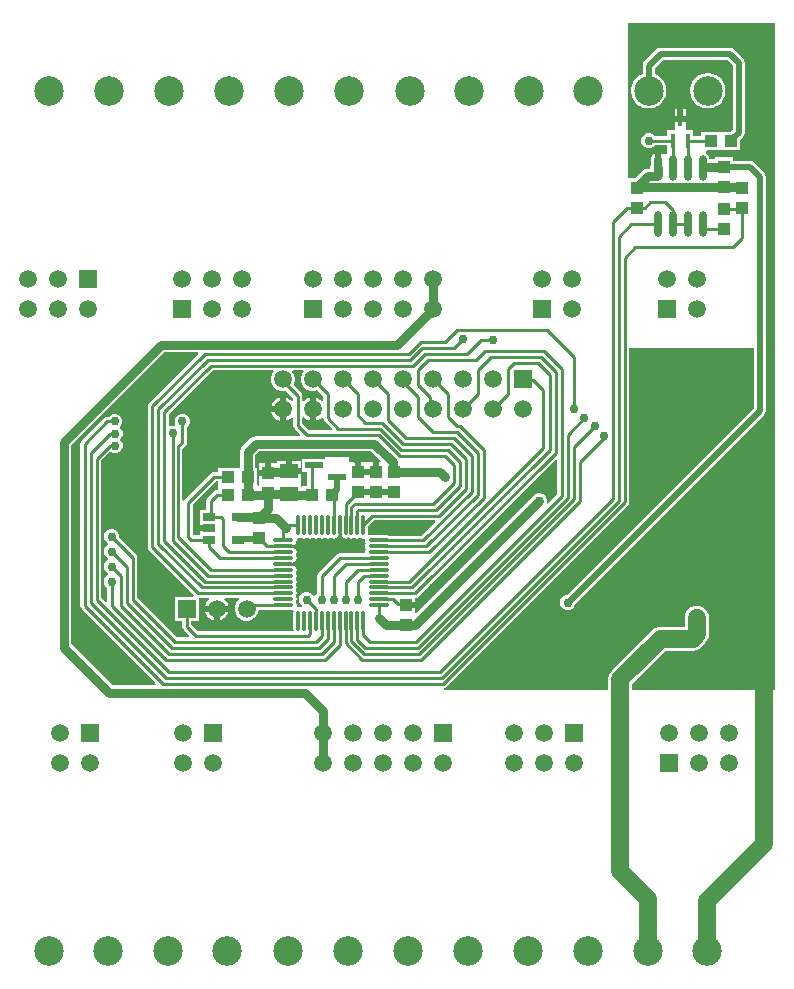
<source format=gbl>
G04*
G04 #@! TF.GenerationSoftware,Altium Limited,Altium Designer,24.5.2 (23)*
G04*
G04 Layer_Physical_Order=2*
G04 Layer_Color=16711680*
%FSLAX44Y44*%
%MOMM*%
G71*
G04*
G04 #@! TF.SameCoordinates,E6D3E557-3EFE-479C-B101-03A66C20DB95*
G04*
G04*
G04 #@! TF.FilePolarity,Positive*
G04*
G01*
G75*
%ADD10C,0.2540*%
%ADD18R,1.1000X1.0000*%
%ADD28R,1.0000X1.1000*%
%ADD50C,1.5240*%
%ADD51C,0.5080*%
%ADD52C,0.7620*%
%ADD56R,1.5000X1.5000*%
%ADD57C,1.5000*%
%ADD58C,2.5000*%
%ADD59C,0.7620*%
%ADD60O,0.6000X2.2000*%
%ADD61R,0.4000X1.3000*%
%ADD62O,0.3000X1.8000*%
%ADD63O,1.8000X0.3000*%
%ADD64R,1.5000X0.6000*%
%ADD65R,1.5000X1.3000*%
%ADD66R,1.1000X0.6500*%
%ADD67R,3.5560X3.8100*%
%ADD68R,1.2700X3.5560*%
G36*
X676115Y486041D02*
D01*
Y281940D01*
X555078D01*
Y286585D01*
X583365Y314872D01*
X606039D01*
X606039Y314872D01*
X608691Y315222D01*
X611163Y316245D01*
X613285Y317874D01*
X616982Y321571D01*
X618611Y323693D01*
X619634Y326165D01*
X619984Y328817D01*
X619984Y328817D01*
Y342764D01*
X619634Y345416D01*
X618611Y347888D01*
X616982Y350010D01*
X616846Y350146D01*
X614724Y351775D01*
X612252Y352799D01*
X609600Y353148D01*
X606948Y352799D01*
X604476Y351775D01*
X602354Y350146D01*
X600725Y348024D01*
X599701Y345552D01*
X599352Y342900D01*
X599488Y341868D01*
Y335368D01*
X579120D01*
X576468Y335019D01*
X573996Y333995D01*
X571874Y332366D01*
X571874Y332366D01*
X537584Y298076D01*
X535955Y295954D01*
X534931Y293482D01*
X534582Y290830D01*
X534582Y290830D01*
Y281940D01*
X395470D01*
X395345Y283210D01*
X396457Y283431D01*
X397717Y284273D01*
X551387Y437943D01*
X552229Y439203D01*
X552525Y440690D01*
Y571500D01*
X657760Y571500D01*
Y520305D01*
X499405Y361950D01*
X499117D01*
X496783Y360983D01*
X494997Y359197D01*
X494030Y356863D01*
Y354337D01*
X494997Y352003D01*
X496783Y350217D01*
X499117Y349250D01*
X501643D01*
X503977Y350217D01*
X505763Y352003D01*
X506730Y354337D01*
Y354625D01*
X640080Y487975D01*
X666602Y514497D01*
X667725Y516178D01*
X668120Y518160D01*
Y571500D01*
Y716280D01*
X667725Y718262D01*
X666602Y719942D01*
X666602Y719942D01*
X658102Y728443D01*
X656422Y729565D01*
X654440Y729959D01*
X640000D01*
Y732820D01*
X624920D01*
Y731254D01*
X620328D01*
Y731900D01*
X619899Y734062D01*
X618674Y735894D01*
X617498Y736680D01*
X618269Y739220D01*
X627840D01*
X629460Y739220D01*
X632000Y739220D01*
X646460D01*
Y747475D01*
X648822Y749837D01*
X649945Y751518D01*
X650340Y753500D01*
Y812800D01*
X649945Y814782D01*
X648822Y816462D01*
X641202Y824082D01*
X639522Y825205D01*
X637540Y825600D01*
X579120D01*
X579120Y825600D01*
X577138Y825205D01*
X575457Y824082D01*
X565190Y813814D01*
X564067Y812134D01*
X563672Y810152D01*
Y803185D01*
X561728Y802379D01*
X559265Y800733D01*
X557170Y798638D01*
X555524Y796175D01*
X554390Y793438D01*
X553812Y790532D01*
Y787570D01*
X554390Y784664D01*
X555524Y781927D01*
X557170Y779464D01*
X559265Y777369D01*
X561728Y775723D01*
X564465Y774589D01*
X567371Y774011D01*
X570333D01*
X573239Y774589D01*
X575976Y775723D01*
X578439Y777369D01*
X580534Y779464D01*
X582180Y781927D01*
X583314Y784664D01*
X583892Y787570D01*
Y790532D01*
X583314Y793438D01*
X582180Y796175D01*
X580534Y798638D01*
X578439Y800733D01*
X575976Y802379D01*
X574031Y803185D01*
Y808007D01*
X581265Y815240D01*
X635395D01*
X639981Y810655D01*
Y756283D01*
X637998Y754300D01*
X632000D01*
X630380Y754300D01*
X627840Y754300D01*
X613380D01*
Y750645D01*
X606820D01*
Y755800D01*
X600320D01*
Y762220D01*
X591240D01*
Y755800D01*
X584740D01*
Y750645D01*
X573983D01*
X572557Y752071D01*
X570223Y753038D01*
X567697D01*
X565363Y752071D01*
X563577Y750285D01*
X562610Y747951D01*
Y745425D01*
X563577Y743091D01*
X565363Y741304D01*
X567697Y740338D01*
X570223D01*
X572557Y741304D01*
X574128Y742875D01*
X584740D01*
Y737720D01*
X584740Y737720D01*
X584791Y735851D01*
X583803Y735125D01*
X580735Y735653D01*
X580574Y735894D01*
X579120Y736866D01*
Y723900D01*
X574040D01*
Y736866D01*
X572586Y735894D01*
X571361Y734062D01*
X570932Y731900D01*
Y726876D01*
X570598Y726378D01*
X570106Y723900D01*
Y723184D01*
X568010D01*
X565532Y722692D01*
X563432Y721288D01*
X557184Y715040D01*
X551260D01*
X551180Y717547D01*
Y846115D01*
X676115D01*
X676115Y486041D01*
D02*
G37*
G36*
X276653Y551202D02*
X276446Y550995D01*
X275124Y548705D01*
X274440Y546152D01*
Y543508D01*
X275124Y540955D01*
X276446Y538665D01*
X278315Y536796D01*
X280605Y535474D01*
X283158Y534790D01*
X285802D01*
X288345Y535471D01*
X293295Y530521D01*
Y526609D01*
X292025Y526083D01*
X290645Y527464D01*
X288355Y528786D01*
X287020Y529144D01*
Y519430D01*
Y509716D01*
X288355Y510074D01*
X290645Y511396D01*
X292025Y512777D01*
X293295Y512251D01*
Y511810D01*
X293591Y510323D01*
X294433Y509063D01*
X300598Y502898D01*
X300112Y501725D01*
X281009D01*
X275665Y507069D01*
Y512251D01*
X276935Y512777D01*
X278315Y511396D01*
X280605Y510074D01*
X281940Y509716D01*
Y519430D01*
Y529144D01*
X280605Y528786D01*
X278315Y527464D01*
X276935Y526083D01*
X275665Y526609D01*
Y530860D01*
X275369Y532347D01*
X274527Y533607D01*
X267976Y540158D01*
X268436Y540955D01*
X269120Y543508D01*
Y546152D01*
X268436Y548705D01*
X267114Y550995D01*
X266907Y551202D01*
X267393Y552375D01*
X276167D01*
X276653Y551202D01*
D02*
G37*
G36*
X251253D02*
X251046Y550995D01*
X249724Y548705D01*
X249040Y546152D01*
Y543508D01*
X249724Y540955D01*
X251046Y538665D01*
X252915Y536796D01*
X255205Y535474D01*
X257758Y534790D01*
X260402D01*
X261943Y535203D01*
X267895Y529251D01*
Y526609D01*
X266625Y526083D01*
X265245Y527464D01*
X262955Y528786D01*
X261620Y529144D01*
Y519430D01*
Y509716D01*
X262955Y510074D01*
X265245Y511396D01*
X266625Y512777D01*
X267895Y512251D01*
Y505460D01*
X268191Y503973D01*
X269033Y502713D01*
X273878Y497868D01*
X273393Y496694D01*
X236220D01*
X233742Y496202D01*
X231642Y494798D01*
X224902Y488058D01*
X223498Y485958D01*
X223006Y483480D01*
Y469820D01*
X221440D01*
Y469820D01*
X220520D01*
Y469820D01*
X204440D01*
Y466165D01*
X200660D01*
X199173Y465869D01*
X197913Y465027D01*
X176033Y443147D01*
X175335Y442102D01*
X174340Y442209D01*
X174065Y442313D01*
Y485859D01*
X176737Y488532D01*
X177579Y489792D01*
X177875Y491278D01*
Y504174D01*
X179373Y505673D01*
X180340Y508007D01*
Y510533D01*
X179373Y512867D01*
X177587Y514653D01*
X175253Y515620D01*
X172727D01*
X170393Y514653D01*
X168607Y512867D01*
X167640Y510533D01*
Y508007D01*
X168228Y506588D01*
X168016Y506186D01*
X167320Y505460D01*
X165107D01*
X163905Y504962D01*
X162635Y505811D01*
Y515281D01*
X199729Y552375D01*
X250767D01*
X251253Y551202D01*
D02*
G37*
G36*
X187519Y566392D02*
X145843Y524717D01*
X145001Y523457D01*
X144705Y521970D01*
Y402590D01*
X145001Y401103D01*
X145843Y399843D01*
X183856Y361830D01*
X183330Y360560D01*
X167760D01*
Y340480D01*
X173915D01*
Y335280D01*
X174211Y333793D01*
X175053Y332533D01*
X179948Y327638D01*
X179462Y326465D01*
X169249D01*
X135965Y359749D01*
Y393700D01*
X135669Y395187D01*
X134827Y396447D01*
X120650Y410624D01*
Y412743D01*
X119683Y415077D01*
X117897Y416863D01*
X115563Y417830D01*
X113037D01*
X110703Y416863D01*
X108917Y415077D01*
X107950Y412743D01*
Y410217D01*
X108917Y407883D01*
X110703Y406097D01*
X111504Y405765D01*
Y404495D01*
X110703Y404163D01*
X108917Y402377D01*
X107950Y400043D01*
Y397517D01*
X108917Y395183D01*
X110703Y393397D01*
X111504Y393065D01*
Y391795D01*
X110703Y391463D01*
X108917Y389677D01*
X107950Y387343D01*
Y384817D01*
X108917Y382483D01*
X110703Y380697D01*
X111504Y380365D01*
Y379095D01*
X110703Y378763D01*
X108917Y376977D01*
X107950Y374643D01*
Y372117D01*
X108917Y369783D01*
X110415Y368284D01*
Y356478D01*
X109242Y355992D01*
X105485Y359749D01*
Y475911D01*
X113192Y483618D01*
X113551Y483259D01*
X115885Y482292D01*
X118411D01*
X120745Y483259D01*
X122531Y485045D01*
X123498Y487379D01*
Y489905D01*
X122531Y492239D01*
X121048Y493722D01*
X122531Y495205D01*
X123498Y497539D01*
Y500065D01*
X122531Y502399D01*
X121637Y503293D01*
X121636Y505086D01*
X122223Y505673D01*
X123190Y508007D01*
Y510533D01*
X122223Y512867D01*
X120437Y514653D01*
X118103Y515620D01*
X115577D01*
X113243Y514653D01*
X111744Y513155D01*
X110490D01*
X109003Y512859D01*
X107743Y512017D01*
X88693Y492967D01*
X87851Y491707D01*
X87555Y490220D01*
Y353060D01*
X87851Y351573D01*
X88693Y350313D01*
X151959Y287048D01*
X151473Y285874D01*
X115446D01*
X80134Y321186D01*
Y452120D01*
Y488808D01*
X158892Y567566D01*
X187033D01*
X187519Y566392D01*
D02*
G37*
G36*
X341820Y475793D02*
X341334Y474620D01*
X340360D01*
Y466580D01*
X335280D01*
Y474620D01*
X331390D01*
X330280Y474620D01*
X329010Y474620D01*
X325120D01*
Y466580D01*
X320040D01*
Y474620D01*
X315202D01*
X314864Y475667D01*
X314840Y475807D01*
Y483746D01*
X333868D01*
X341820Y475793D01*
D02*
G37*
G36*
X294760Y477320D02*
X275760D01*
Y466240D01*
X279715D01*
Y454580D01*
X275560D01*
Y453514D01*
X274200D01*
Y456390D01*
X274200Y456740D01*
Y457660D01*
X274200Y458010D01*
Y464160D01*
X264160D01*
Y466700D01*
X261620D01*
Y475740D01*
X254120D01*
Y474927D01*
X253920Y473740D01*
X252850Y473740D01*
X248920D01*
Y465700D01*
X246380D01*
Y463160D01*
X238840D01*
Y458010D01*
X238840Y457660D01*
Y456740D01*
X238840Y456390D01*
Y454224D01*
X238622Y454214D01*
X238533Y454257D01*
X237520Y455437D01*
Y469820D01*
X235954D01*
Y480798D01*
X238902Y483746D01*
X294760D01*
Y477320D01*
D02*
G37*
G36*
X491415Y476642D02*
Y447379D01*
X483528Y439492D01*
X482356Y440108D01*
X482600Y440697D01*
Y441335D01*
X482724Y441960D01*
X482600Y442585D01*
Y443223D01*
X482356Y443812D01*
X482232Y444438D01*
X481877Y444968D01*
X481633Y445557D01*
X481182Y446008D01*
X480828Y446538D01*
X480298Y446892D01*
X479847Y447343D01*
X479258Y447587D01*
X478728Y447942D01*
X478102Y448066D01*
X477513Y448310D01*
X476875D01*
X476250Y448434D01*
X475625Y448310D01*
X474987D01*
X474398Y448066D01*
X473772Y447942D01*
X473242Y447587D01*
X472653Y447343D01*
X472202Y446892D01*
X471672Y446538D01*
X372030Y346896D01*
X370760Y347422D01*
Y351400D01*
X363220D01*
Y356480D01*
X370760D01*
Y359615D01*
X371120D01*
X372607Y359911D01*
X373867Y360753D01*
X490242Y477128D01*
X491415Y476642D01*
D02*
G37*
G36*
X204440Y454740D02*
X204440D01*
Y454580D01*
X204440D01*
Y450925D01*
X203200D01*
X201713Y450629D01*
X200453Y449787D01*
X195373Y444707D01*
X194531Y443447D01*
X194235Y441960D01*
Y433730D01*
X188940D01*
Y422150D01*
Y420980D01*
X196980D01*
Y415900D01*
X188940D01*
Y412825D01*
X182953D01*
X182665Y413113D01*
Y438791D01*
X202269Y458395D01*
X204440D01*
Y454740D01*
D02*
G37*
G36*
X388228Y424202D02*
X376411Y412385D01*
X348899D01*
X347720Y412619D01*
X332720D01*
X332345Y412544D01*
X331264Y413624D01*
X331339Y414000D01*
Y420125D01*
X336589Y425375D01*
X387742D01*
X388228Y424202D01*
D02*
G37*
G36*
X308100Y414000D02*
X308414Y412424D01*
X309307Y411087D01*
X309720Y410811D01*
X309720Y410812D01*
X310644Y410194D01*
X312220Y409881D01*
X313796Y410194D01*
X314720Y410812D01*
X315644Y410194D01*
X317220Y409881D01*
X318796Y410194D01*
X319720Y410812D01*
X320644Y410194D01*
X322220Y409881D01*
X323796Y410194D01*
X324720Y410812D01*
X325644Y410194D01*
X327220Y409881D01*
X327595Y409956D01*
X328676Y408876D01*
X328601Y408500D01*
X328914Y406924D01*
X329532Y406000D01*
X328914Y405076D01*
X328601Y403500D01*
X328914Y401924D01*
X329532Y401000D01*
X328914Y400076D01*
X328601Y398500D01*
X328627Y398366D01*
X327822Y397385D01*
X307140D01*
X305653Y397089D01*
X304393Y396247D01*
X289353Y381207D01*
X288511Y379947D01*
X288215Y378460D01*
Y363236D01*
X286717Y361737D01*
X286385Y360936D01*
X285115D01*
X284783Y361737D01*
X282997Y363523D01*
X280663Y364490D01*
X278137D01*
X275803Y363523D01*
X274017Y361737D01*
X273050Y359403D01*
Y356877D01*
X274017Y354543D01*
X275237Y353322D01*
X275129Y351949D01*
X274788Y351728D01*
X274141Y351575D01*
X273796Y351806D01*
X272220Y352119D01*
X271845Y352044D01*
X270764Y353125D01*
X270839Y353500D01*
X270526Y355076D01*
X269908Y356000D01*
X270526Y356924D01*
X270839Y358500D01*
X270526Y360076D01*
X269908Y361000D01*
X270526Y361924D01*
X270839Y363500D01*
X270526Y365076D01*
X269908Y366000D01*
X270526Y366924D01*
X270839Y368500D01*
X270526Y370076D01*
X269908Y371000D01*
X270526Y371924D01*
X270839Y373500D01*
X270526Y375076D01*
X269908Y376000D01*
X270526Y376924D01*
X270839Y378500D01*
X270526Y380076D01*
X269908Y381000D01*
X270526Y381924D01*
X270839Y383500D01*
X270526Y385076D01*
X269908Y386000D01*
X269909Y386000D01*
X269633Y386413D01*
X268297Y387306D01*
X266720Y387620D01*
X259220D01*
Y389380D01*
X266720D01*
X268297Y389694D01*
X269633Y390587D01*
X269909Y391000D01*
X269908Y391000D01*
X270526Y391924D01*
X270839Y393500D01*
X270526Y395076D01*
X269908Y396000D01*
X270526Y396924D01*
X270839Y398500D01*
X270526Y400076D01*
X269908Y401000D01*
X269909Y401000D01*
X269633Y401413D01*
X268297Y402306D01*
X266720Y402620D01*
X259220D01*
Y404380D01*
X266720D01*
X268297Y404694D01*
X269633Y405587D01*
X269909Y406000D01*
X269908Y406000D01*
X270526Y406924D01*
X270839Y408500D01*
X270764Y408876D01*
X271845Y409956D01*
X272220Y409881D01*
X273796Y410194D01*
X274720Y410812D01*
X275644Y410194D01*
X277220Y409881D01*
X278796Y410194D01*
X279720Y410812D01*
X280644Y410194D01*
X282220Y409881D01*
X283796Y410194D01*
X284720Y410812D01*
X285644Y410194D01*
X287220Y409881D01*
X288796Y410194D01*
X289720Y410812D01*
X290644Y410194D01*
X292220Y409881D01*
X293796Y410194D01*
X294720Y410812D01*
X295644Y410194D01*
X297220Y409881D01*
X298796Y410194D01*
X299720Y410812D01*
X300644Y410194D01*
X302220Y409881D01*
X303796Y410194D01*
X304720Y410812D01*
X304720Y410811D01*
X305133Y411087D01*
X306026Y412424D01*
X306340Y414000D01*
Y421500D01*
X308100D01*
Y414000D01*
D02*
G37*
G36*
X222227Y358345D02*
X220566Y356685D01*
X219244Y354395D01*
X218560Y351842D01*
Y349198D01*
X219244Y346645D01*
X220566Y344355D01*
X222435Y342486D01*
X224725Y341164D01*
X227278Y340480D01*
X229922D01*
X232475Y341164D01*
X234765Y342486D01*
X236634Y344355D01*
X237956Y346645D01*
X238640Y349198D01*
Y349615D01*
X250541D01*
X251720Y349381D01*
X266720D01*
X267096Y349456D01*
X268176Y348376D01*
X268101Y348000D01*
Y333000D01*
X268195Y332526D01*
X267389Y331545D01*
X187029D01*
X181685Y336889D01*
Y340480D01*
X187840D01*
Y359615D01*
X196532D01*
X196827Y358345D01*
X195166Y356685D01*
X193844Y354395D01*
X193486Y353060D01*
X212914D01*
X212556Y354395D01*
X211234Y356685D01*
X209573Y358345D01*
X209869Y359615D01*
X221931D01*
X222227Y358345D01*
D02*
G37*
%LPC*%
G36*
X620333Y804091D02*
X617371D01*
X614465Y803513D01*
X611728Y802379D01*
X609265Y800733D01*
X607170Y798638D01*
X605524Y796175D01*
X604390Y793438D01*
X603812Y790532D01*
Y787570D01*
X604390Y784664D01*
X605524Y781927D01*
X607170Y779464D01*
X609265Y777369D01*
X611728Y775723D01*
X614465Y774589D01*
X617371Y774011D01*
X620333D01*
X623239Y774589D01*
X625976Y775723D01*
X628439Y777369D01*
X630534Y779464D01*
X632180Y781927D01*
X633314Y784664D01*
X633892Y787570D01*
Y790532D01*
X633314Y793438D01*
X632180Y796175D01*
X630534Y798638D01*
X628439Y800733D01*
X625976Y802379D01*
X623239Y803513D01*
X620333Y804091D01*
D02*
G37*
G36*
X600320Y773800D02*
X598320D01*
Y767300D01*
X600320D01*
Y773800D01*
D02*
G37*
G36*
X593240D02*
X591240D01*
Y767300D01*
X593240D01*
Y773800D01*
D02*
G37*
G36*
X256540Y529144D02*
X255205Y528786D01*
X252915Y527464D01*
X251046Y525595D01*
X249724Y523305D01*
X249366Y521970D01*
X256540D01*
Y529144D01*
D02*
G37*
G36*
Y516890D02*
X249366D01*
X249724Y515555D01*
X251046Y513265D01*
X252915Y511396D01*
X255205Y510074D01*
X256540Y509716D01*
Y516890D01*
D02*
G37*
G36*
X274200Y475740D02*
X266700D01*
Y469240D01*
X274200D01*
Y475740D01*
D02*
G37*
G36*
X243840Y473740D02*
X238840D01*
Y468240D01*
X243840D01*
Y473740D01*
D02*
G37*
G36*
X212914Y347980D02*
X205740D01*
Y340806D01*
X207075Y341164D01*
X209365Y342486D01*
X211234Y344355D01*
X212556Y346645D01*
X212914Y347980D01*
D02*
G37*
G36*
X200660D02*
X193486D01*
X193844Y346645D01*
X195166Y344355D01*
X197035Y342486D01*
X199325Y341164D01*
X200660Y340806D01*
Y347980D01*
D02*
G37*
%LPD*%
D10*
X543560Y441960D02*
Y665480D01*
X553980Y675900D02*
X576580D01*
X543560Y665480D02*
X553980Y675900D01*
X557530Y656590D02*
X640080D01*
X548640Y440690D02*
Y647700D01*
X557530Y656590D01*
X538480Y443230D02*
Y678180D01*
X550300Y690000D01*
X558800D01*
X394970Y287020D02*
X548640Y440690D01*
X393700Y292100D02*
X543560Y441960D01*
X510540Y474980D02*
X530860Y495300D01*
X392430Y297180D02*
X538480Y443230D01*
X530860Y495300D02*
Y496570D01*
X568960Y746760D02*
X589280D01*
X170180Y487468D02*
X173990Y491278D01*
Y509270D01*
X170180Y411480D02*
X198160Y383500D01*
X170180Y411480D02*
Y487468D01*
X647700Y664210D02*
Y690000D01*
X640080Y656590D02*
X647700Y664210D01*
X408940Y505460D02*
X429260Y485140D01*
Y444500D02*
Y485140D01*
X383260Y398500D02*
X429260Y444500D01*
X406400Y500380D02*
X424180Y482600D01*
X380640Y403500D02*
X424180Y447040D01*
Y482600D01*
X406400Y505460D02*
X408940D01*
X365880Y373500D02*
X479171Y486791D01*
Y535559D01*
X340220Y373500D02*
X365880D01*
X340220Y398500D02*
X383260D01*
X340220Y403500D02*
X380640D01*
X378020Y408500D02*
X419100Y449580D01*
X340220Y408500D02*
X378020D01*
X419100Y449580D02*
Y480060D01*
X391160Y429260D02*
X414020Y452120D01*
Y477520D01*
X334980Y429260D02*
X391160D01*
X388620Y434340D02*
X408940Y454660D01*
Y474980D01*
X323224Y434340D02*
X388620D01*
X320040Y439420D02*
X386080D01*
X403860Y457200D02*
Y472440D01*
X386080Y439420D02*
X403860Y457200D01*
X340220Y368500D02*
X368500D01*
X485140Y485140D02*
Y548640D01*
X368500Y368500D02*
X485140Y485140D01*
X386080Y500380D02*
X406400D01*
X403860Y495300D02*
X419100Y480060D01*
X363220Y495300D02*
X403860D01*
X401320Y490220D02*
X414020Y477520D01*
X327220Y421500D02*
X334980Y429260D01*
X360680Y490220D02*
X401320D01*
X398780Y485140D02*
X408940Y474980D01*
X359410Y485140D02*
X398780D01*
X396240Y480060D02*
X403860Y472440D01*
X322220Y421500D02*
Y433336D01*
X323224Y434340D01*
X317220Y436600D02*
X320040Y439420D01*
X358140Y480060D02*
X396240D01*
X257810Y544830D02*
X271780Y530860D01*
X340360Y497840D02*
X358140Y480060D01*
X347980Y510540D02*
X363220Y495300D01*
X373380Y513080D02*
X386080Y500380D01*
X373380Y513080D02*
Y529590D01*
X398780Y513080D02*
X406400Y505460D01*
X340220Y363500D02*
X371120D01*
X490220Y482600D02*
Y551180D01*
X371120Y363500D02*
X490220Y482600D01*
X398780Y513080D02*
Y532130D01*
X386080Y544830D02*
X398780Y532130D01*
X474980Y558800D02*
X485140Y548640D01*
X470935Y543795D02*
X479171Y535559D01*
X148590Y402590D02*
X187680Y363500D01*
X259220D01*
X148590Y402590D02*
Y521970D01*
X116855Y488349D02*
X117148Y488642D01*
X101600Y358140D02*
Y477520D01*
X112429Y488349D02*
X116855D01*
X101600Y477520D02*
X112429Y488349D01*
Y498509D02*
X116855D01*
X96520Y355600D02*
Y482600D01*
X116855Y498509D02*
X117148Y498802D01*
X96520Y482600D02*
X112429Y498509D01*
X91440Y353060D02*
Y490220D01*
X110490Y509270D02*
X116840D01*
X91440Y490220D02*
X110490Y509270D01*
X132080Y358140D02*
Y393700D01*
X167640Y322580D02*
X287020D01*
X132080Y358140D02*
X167640Y322580D01*
X127000Y355600D02*
X165100Y317500D01*
X127000Y355600D02*
Y386080D01*
X165100Y317500D02*
X289560D01*
X162560Y312420D02*
X292100D01*
X121920Y353060D02*
X162560Y312420D01*
X121920Y353060D02*
Y378460D01*
X160020Y307340D02*
X294640D01*
X114300Y353060D02*
Y373380D01*
Y353060D02*
X160020Y307340D01*
X114300Y411480D02*
X132080Y393700D01*
X114300Y398780D02*
X127000Y386080D01*
X114300D02*
X121920Y378460D01*
X190300Y368500D02*
X259220D01*
X153670Y405130D02*
X190300Y368500D01*
X153670Y405130D02*
Y519430D01*
X192920Y373500D02*
X259220D01*
X158750Y407670D02*
X192920Y373500D01*
X158750Y407670D02*
Y516890D01*
X166370Y407670D02*
Y499110D01*
X195540Y378500D02*
X259220D01*
X166370Y407670D02*
X195540Y378500D01*
X198160Y383500D02*
X259220D01*
X372110Y322580D02*
X495300Y445770D01*
X148590Y521970D02*
X193040Y566420D01*
X365760D01*
X375920Y576580D01*
X382270Y561340D02*
X422910D01*
X430530Y568960D01*
X480060D01*
X415290Y566420D02*
X426720Y577850D01*
X379730Y566420D02*
X415290D01*
X426720Y577850D02*
X436880D01*
X377190Y571500D02*
X403860D01*
X411480Y579120D01*
X495300Y445770D02*
Y553720D01*
X480060Y568960D02*
X495300Y553720D01*
X454660Y558800D02*
X474980D01*
X449580Y553720D02*
X454660Y558800D01*
X463315Y543795D02*
X470935D01*
X462280Y544830D02*
X463315Y543795D01*
X153670Y519430D02*
X195580Y561340D01*
X158750Y516890D02*
X198120Y556260D01*
X178780Y411504D02*
Y440400D01*
X200660Y462280D01*
X178780Y411504D02*
X181344Y408940D01*
X196881Y418341D02*
X196980Y418440D01*
X181344Y408940D02*
X196980D01*
X186400Y418242D02*
X186499Y418341D01*
X196881D01*
X294640Y307340D02*
X307220Y319920D01*
X292100Y312420D02*
X302220Y322540D01*
X289560Y317500D02*
X297220Y325160D01*
X287020Y322580D02*
X292100Y327660D01*
X282220Y329210D02*
Y340500D01*
X280670Y327660D02*
X282220Y329210D01*
X185420Y327660D02*
X280670D01*
X177800Y335280D02*
X185420Y327660D01*
X177800Y335280D02*
Y350520D01*
X510540Y441960D02*
Y474980D01*
X500380Y497840D02*
X514350Y511810D01*
X500380Y444500D02*
Y497840D01*
X505460Y443230D02*
Y487680D01*
X523240Y505460D01*
X375920Y307340D02*
X510540Y441960D01*
X374650Y312420D02*
X505460Y443230D01*
X373380Y317500D02*
X500380Y444500D01*
X505460Y519430D02*
Y563880D01*
X482600Y586740D02*
X505460Y563880D01*
X406400Y586740D02*
X482600D01*
X435610Y563880D02*
X477520D01*
X490220Y551180D01*
X424180Y552450D02*
X435610Y563880D01*
X396240Y576580D02*
X406400Y586740D01*
X375920Y576580D02*
X396240D01*
X195580Y561340D02*
X367030D01*
X377190Y571500D01*
X369570Y556260D02*
X379730Y566420D01*
X198120Y556260D02*
X369570D01*
X424180Y532130D02*
Y552450D01*
X373380D02*
X382270Y561340D01*
X373380Y539750D02*
Y552450D01*
X157480Y287020D02*
X394970D01*
X160020Y292100D02*
X393700D01*
X96520Y355600D02*
X160020Y292100D01*
X101600Y358140D02*
X162560Y297180D01*
X392430D01*
X91440Y353060D02*
X157480Y287020D01*
X558800Y690000D02*
X565540D01*
X582930Y694690D02*
X589280Y688340D01*
X570230Y694690D02*
X582930D01*
X589280Y675900D02*
Y688340D01*
X565540Y690000D02*
X570230Y694690D01*
X589280Y675900D02*
X601980D01*
X646920Y689220D02*
X647700Y690000D01*
X632460Y689220D02*
X646920D01*
X287132Y340588D02*
Y350408D01*
Y340588D02*
X287220Y340500D01*
X279400Y358140D02*
X287132Y350408D01*
X312220Y321510D02*
X326390Y307340D01*
X375920D01*
X317220Y322860D02*
X327660Y312420D01*
X374650D01*
X328930Y317500D02*
X373380D01*
X322220Y324210D02*
Y340500D01*
Y324210D02*
X328930Y317500D01*
X317220Y322860D02*
Y340500D01*
X312220Y321510D02*
Y340500D01*
X332740Y322580D02*
X372110D01*
X360680Y542290D02*
X373380Y529590D01*
X360680Y542290D02*
Y544830D01*
X373380Y539750D02*
X383696Y529434D01*
Y521814D02*
Y529434D01*
Y521814D02*
X386080Y519430D01*
X411480D02*
X424180Y532130D01*
X436880Y519430D02*
X449580Y532130D01*
Y553720D01*
X335280Y544830D02*
X347980Y532130D01*
Y510540D02*
Y532130D01*
X309880Y544830D02*
X322580Y532130D01*
Y514350D02*
Y532130D01*
Y514350D02*
X328930Y508000D01*
X342900D01*
X284480Y544830D02*
X297180Y532130D01*
Y511810D02*
X306070Y502920D01*
X297180Y511810D02*
Y532130D01*
X271780Y505460D02*
Y530860D01*
Y505460D02*
X279400Y497840D01*
X340360D01*
X341630Y502920D02*
X359410Y485140D01*
X306070Y502920D02*
X341630D01*
X342900Y508000D02*
X360680Y490220D01*
X638420Y746760D02*
X639328Y747668D01*
X618880Y746760D02*
X619760Y745880D01*
X602280Y746760D02*
X618880D01*
X602130Y724050D02*
Y746610D01*
X601980Y723900D02*
X602130Y724050D01*
Y746610D02*
X602280Y746760D01*
X589280Y723900D02*
Y746760D01*
X616278Y672220D02*
X632460D01*
X614680Y673818D02*
Y675900D01*
Y673818D02*
X616278Y672220D01*
X292100Y358140D02*
Y378460D01*
X307140Y393500D01*
X317220Y421500D02*
Y436600D01*
X327220Y328100D02*
X332740Y322580D01*
X327220Y328100D02*
Y340500D01*
X228600Y353500D02*
X259220D01*
X205940Y393500D02*
X259220D01*
X208280Y403860D02*
X213640Y398500D01*
X259220D01*
X196980Y402460D02*
X205940Y393500D01*
X208280Y403860D02*
Y426720D01*
X307140Y393500D02*
X340220D01*
X302260Y358140D02*
Y378460D01*
X312300Y388500D02*
X340220D01*
X302260Y378460D02*
X312300Y388500D01*
X312420Y358140D02*
Y373380D01*
X322540Y383500D02*
X340220D01*
X312420Y373380D02*
X322540Y383500D01*
X322580Y358182D02*
Y373380D01*
Y358182D02*
X322670Y358093D01*
X322580Y373380D02*
X327700Y378500D01*
X340220D01*
X245360Y403500D02*
X259220D01*
X238760Y410100D02*
X245360Y403500D01*
X238760Y410100D02*
Y410600D01*
X274680Y403500D02*
X276860Y401320D01*
Y396240D02*
Y401320D01*
X259220Y403500D02*
X274680D01*
X276860Y389504D02*
Y396240D01*
X275856Y388500D02*
X276860Y389504D01*
X259220Y388500D02*
X275856D01*
X276860Y396240D02*
X294640D01*
X307220Y408820D02*
Y421500D01*
X294640Y396240D02*
X307220Y408820D01*
X198120Y427940D02*
X207060D01*
X196980D02*
X198120D01*
X196980Y402460D02*
Y408940D01*
X200660Y462280D02*
X212480D01*
X207060Y427940D02*
X208280Y426720D01*
X196980Y427940D02*
X198120Y429080D01*
Y441960D02*
X203200Y447040D01*
X198120Y429080D02*
Y441960D01*
X203200Y447040D02*
X212480D01*
X340220Y358500D02*
X352700D01*
X356760Y354440D02*
X362720D01*
X352700Y358500D02*
X356760Y354440D01*
X362720D02*
X363220Y353940D01*
X340220Y343040D02*
X340360Y342900D01*
X340220Y343040D02*
Y353500D01*
X312220Y439220D02*
X318350Y445350D01*
X318850D01*
X312220Y421500D02*
Y439220D01*
X318850Y445350D02*
X322580Y449080D01*
Y449580D01*
X300600Y447040D02*
X302220Y445420D01*
Y421500D02*
Y445420D01*
X261620Y419100D02*
X264020Y421500D01*
X259220Y416700D02*
X261620Y419100D01*
X283600Y470050D02*
X285330Y471780D01*
X285800D01*
X283600Y447040D02*
Y470050D01*
X259220Y408500D02*
Y416700D01*
X264020Y421500D02*
X272220D01*
X307220Y319920D02*
Y340500D01*
X302220Y322540D02*
Y340500D01*
X297220Y325160D02*
Y340500D01*
X292100Y340360D02*
X292220Y340480D01*
X292100Y327660D02*
Y332555D01*
Y340360D02*
X292132Y340328D01*
X292220Y340480D02*
Y340500D01*
X292132Y332587D02*
Y340328D01*
X292100Y332555D02*
X292132Y332587D01*
D18*
X638420Y746760D02*
D03*
X621420D02*
D03*
X300600Y447040D02*
D03*
X283600D02*
D03*
X212480D02*
D03*
X229480D02*
D03*
X212480Y462280D02*
D03*
X229480D02*
D03*
D28*
X647700Y690000D02*
D03*
Y707000D02*
D03*
X632460Y724780D02*
D03*
Y707780D02*
D03*
Y689220D02*
D03*
Y672220D02*
D03*
X558800Y707000D02*
D03*
Y690000D02*
D03*
X353060Y449580D02*
D03*
Y466580D02*
D03*
X246380Y448700D02*
D03*
Y465700D02*
D03*
X238760Y410600D02*
D03*
Y427600D02*
D03*
X363220Y353940D02*
D03*
Y336940D02*
D03*
X322580Y466580D02*
D03*
Y449580D02*
D03*
X337820Y466580D02*
D03*
Y449580D02*
D03*
D50*
X568598Y60960D02*
Y104502D01*
X544830Y128270D02*
Y290830D01*
Y128270D02*
X568598Y104502D01*
X618598Y102978D02*
X666750Y151130D01*
X618490Y102870D02*
X618598Y102978D01*
Y60960D02*
Y102978D01*
X666750Y151130D02*
X666750Y450850D01*
X661578Y456022D02*
X666750Y450850D01*
X656498Y456022D02*
X661578D01*
X544830Y290830D02*
X579120Y325120D01*
X609600Y342900D02*
X609736Y342764D01*
Y328817D02*
Y342764D01*
X606039Y325120D02*
X609736Y328817D01*
X579120Y325120D02*
X606039D01*
D51*
X639828Y747668D02*
X641380Y749220D01*
Y749720D01*
X645160Y753500D02*
Y812800D01*
X639328Y747668D02*
X639828D01*
X641380Y749720D02*
X645160Y753500D01*
X637540Y820420D02*
X645160Y812800D01*
X579120Y820420D02*
X637540D01*
X568852Y810152D02*
X579120Y820420D01*
X568852Y789051D02*
Y810152D01*
X654440Y724780D02*
X662940Y716280D01*
X500380Y355600D02*
X662940Y518160D01*
Y716280D01*
X632460Y724780D02*
X654440D01*
X264847Y480060D02*
X266067Y481280D01*
X264160Y466700D02*
Y480060D01*
X266067Y481280D02*
X304800D01*
X264160Y480060D02*
X264847D01*
X221690Y409650D02*
X237810D01*
X220980Y408940D02*
X221690Y409650D01*
X237810D02*
X238760Y410600D01*
X263660Y466200D02*
X264160Y466700D01*
X303560Y450008D02*
X304800Y451248D01*
X303560Y449500D02*
Y450008D01*
X301100Y447040D02*
X303560Y449500D01*
X300600Y447040D02*
X301100D01*
X304800Y451248D02*
Y462280D01*
X322580Y449580D02*
X337820D01*
X353060D01*
X322580Y466580D02*
Y474980D01*
X305020Y481060D02*
X316500D01*
X322580Y474980D01*
Y466580D02*
X337820D01*
X304800Y481280D02*
X305020Y481060D01*
D52*
X111760Y279400D02*
X278130D01*
X73660Y317500D02*
Y452120D01*
Y317500D02*
X111760Y279400D01*
X278130D02*
X293370Y264160D01*
X353060Y466580D02*
X391827D01*
X239950Y429290D02*
X240450D01*
X391827Y466580D02*
X396091Y462316D01*
X371230Y336940D02*
X476250Y441960D01*
X346320Y336940D02*
X363220D01*
X371230D01*
X615490Y724780D02*
X632460D01*
X559190Y707390D02*
X632070D01*
X632460Y707780D01*
X558800Y707000D02*
X559190Y707390D01*
X632850D02*
X647310D01*
X632460Y707780D02*
X632850Y707390D01*
X647310D02*
X647700Y707000D01*
X558800Y707500D02*
X568010Y716710D01*
X575770D01*
X576580Y717520D01*
Y723900D01*
X73660Y452120D02*
Y491490D01*
X156210Y574040D01*
X355524D01*
X386080Y604596D01*
X293116Y220040D02*
Y245440D01*
X293370Y245694D02*
Y264160D01*
X293116Y245440D02*
X293370Y245694D01*
X386080Y604596D02*
Y629996D01*
X336550Y490220D02*
X352483Y474287D01*
X229480Y483480D02*
X236220Y490220D01*
X336550D01*
X352483Y467157D02*
X353060Y466580D01*
X352483Y467157D02*
Y474287D01*
X229480Y462280D02*
Y483480D01*
X246380Y465700D02*
X246880Y466200D01*
X263660D01*
X229480Y447040D02*
Y462280D01*
X340360Y342900D02*
X346320Y336940D01*
X253120Y427600D02*
X261620Y419100D01*
X238760Y427600D02*
X253120D01*
X238420Y427940D02*
X238760Y427600D01*
X220980Y427940D02*
X238420D01*
X246380Y435220D02*
Y448230D01*
X240450Y429290D02*
X246380Y435220D01*
X245190Y447040D02*
X246380Y448230D01*
X229480Y447040D02*
X245190D01*
X247380Y447700D02*
X264160D01*
X246380Y448700D02*
X247380Y447700D01*
X264820Y447040D02*
X283600D01*
X264160Y447700D02*
X264820Y447040D01*
D56*
X95504Y245440D02*
D03*
X200406D02*
D03*
X394716D02*
D03*
X505968D02*
D03*
X585724Y220040D02*
D03*
X93980Y629996D02*
D03*
X173754Y604596D02*
D03*
X284480D02*
D03*
X478536D02*
D03*
X584200D02*
D03*
X462280Y544830D02*
D03*
X177800Y350520D02*
D03*
D57*
X95504Y220040D02*
D03*
X70104Y245440D02*
D03*
Y220040D02*
D03*
X200406D02*
D03*
X175006Y245440D02*
D03*
Y220040D02*
D03*
X394716D02*
D03*
X369316Y245440D02*
D03*
Y220040D02*
D03*
X343916Y245440D02*
D03*
Y220040D02*
D03*
X318516Y245440D02*
D03*
Y220040D02*
D03*
X293116Y245440D02*
D03*
Y220040D02*
D03*
X455168D02*
D03*
Y245440D02*
D03*
X480568Y220040D02*
D03*
Y245440D02*
D03*
X505968Y220040D02*
D03*
X636524Y245440D02*
D03*
Y220040D02*
D03*
X611124Y245440D02*
D03*
Y220040D02*
D03*
X585724Y245440D02*
D03*
X43180Y604596D02*
D03*
Y629996D02*
D03*
X68580Y604596D02*
D03*
Y629996D02*
D03*
X93980Y604596D02*
D03*
X224554Y629996D02*
D03*
Y604596D02*
D03*
X199154Y629996D02*
D03*
Y604596D02*
D03*
X173754Y629996D02*
D03*
X284480D02*
D03*
X309880Y604596D02*
D03*
Y629996D02*
D03*
X335280Y604596D02*
D03*
Y629996D02*
D03*
X360680Y604596D02*
D03*
Y629996D02*
D03*
X386080Y604596D02*
D03*
Y629996D02*
D03*
X478536D02*
D03*
X503936Y604596D02*
D03*
Y629996D02*
D03*
X584200D02*
D03*
X609600Y604596D02*
D03*
Y629996D02*
D03*
X462280Y519430D02*
D03*
X436880Y544830D02*
D03*
Y519430D02*
D03*
X411480Y544830D02*
D03*
Y519430D02*
D03*
X386080Y544830D02*
D03*
Y519430D02*
D03*
X360680Y544830D02*
D03*
Y519430D02*
D03*
X335280Y544830D02*
D03*
Y519430D02*
D03*
X309880Y544830D02*
D03*
Y519430D02*
D03*
X284480Y544830D02*
D03*
Y519430D02*
D03*
X259080Y544830D02*
D03*
Y519430D02*
D03*
X203200Y350520D02*
D03*
X228600D02*
D03*
D58*
X618852Y789051D02*
D03*
X568852D02*
D03*
X416414D02*
D03*
X366414D02*
D03*
X517252D02*
D03*
X467252D02*
D03*
X213360D02*
D03*
X264160D02*
D03*
X314960D02*
D03*
X162560D02*
D03*
X111760D02*
D03*
X60960D02*
D03*
X110979Y60960D02*
D03*
X60979D02*
D03*
X212198D02*
D03*
X162198D02*
D03*
X517398D02*
D03*
X466598D02*
D03*
X415798D02*
D03*
X263144D02*
D03*
X313944D02*
D03*
X364744D02*
D03*
X618598D02*
D03*
X568598D02*
D03*
D59*
X530860Y496570D02*
D03*
X568960Y746688D02*
D03*
X93831Y314996D02*
D03*
X500380Y355600D02*
D03*
X396091Y462316D02*
D03*
X363220Y419100D02*
D03*
X386666Y368240D02*
D03*
X264160Y480060D02*
D03*
X117148Y488642D02*
D03*
Y498802D02*
D03*
X114300Y373380D02*
D03*
X117148Y474980D02*
D03*
X656441Y455966D02*
D03*
X646430Y466090D02*
D03*
X476250Y441960D02*
D03*
X73660Y452120D02*
D03*
X166370Y499110D02*
D03*
X186400Y418242D02*
D03*
X514350Y511810D02*
D03*
X523240Y505460D02*
D03*
X505460Y519430D02*
D03*
X436880Y577850D02*
D03*
X411596Y578848D02*
D03*
X173990Y509270D02*
D03*
X116840D02*
D03*
X279400Y358140D02*
D03*
X292100D02*
D03*
X312420D02*
D03*
X322670Y358093D02*
D03*
X302260Y358140D02*
D03*
X114300Y386080D02*
D03*
Y398780D02*
D03*
Y411480D02*
D03*
X276860Y396240D02*
D03*
X609736Y328817D02*
D03*
X609600Y342900D02*
D03*
D60*
X576580Y723900D02*
D03*
X589280D02*
D03*
X601980D02*
D03*
X614680D02*
D03*
X576580Y675900D02*
D03*
X589280D02*
D03*
X601980D02*
D03*
X614680D02*
D03*
D61*
X595780Y764760D02*
D03*
X589280Y746760D02*
D03*
X602280D02*
D03*
D62*
X272220Y421500D02*
D03*
X277220D02*
D03*
X282220D02*
D03*
X287220D02*
D03*
X292220D02*
D03*
X297220D02*
D03*
X302220D02*
D03*
X307220D02*
D03*
X312220D02*
D03*
X317220D02*
D03*
X322220D02*
D03*
X327220D02*
D03*
Y340500D02*
D03*
X322220D02*
D03*
X317220D02*
D03*
X312220D02*
D03*
X307220D02*
D03*
X302220D02*
D03*
X297220D02*
D03*
X292220D02*
D03*
X287220D02*
D03*
X282220D02*
D03*
X277220D02*
D03*
X272220D02*
D03*
D63*
X340220Y408500D02*
D03*
Y403500D02*
D03*
Y398500D02*
D03*
Y393500D02*
D03*
Y388500D02*
D03*
Y383500D02*
D03*
Y378500D02*
D03*
Y373500D02*
D03*
Y368500D02*
D03*
Y363500D02*
D03*
Y358500D02*
D03*
Y353500D02*
D03*
X259220D02*
D03*
Y358500D02*
D03*
Y363500D02*
D03*
Y368500D02*
D03*
Y373500D02*
D03*
Y378500D02*
D03*
Y383500D02*
D03*
Y388500D02*
D03*
Y393500D02*
D03*
Y398500D02*
D03*
Y403500D02*
D03*
Y408500D02*
D03*
D64*
X285800Y471780D02*
D03*
X304800Y462280D02*
D03*
Y481280D02*
D03*
D65*
X264160Y447700D02*
D03*
Y466700D02*
D03*
D66*
X220980Y408940D02*
D03*
Y427940D02*
D03*
X196980D02*
D03*
Y418440D02*
D03*
Y408940D02*
D03*
D67*
X656590Y462280D02*
D03*
D68*
X278130Y388620D02*
D03*
M02*

</source>
